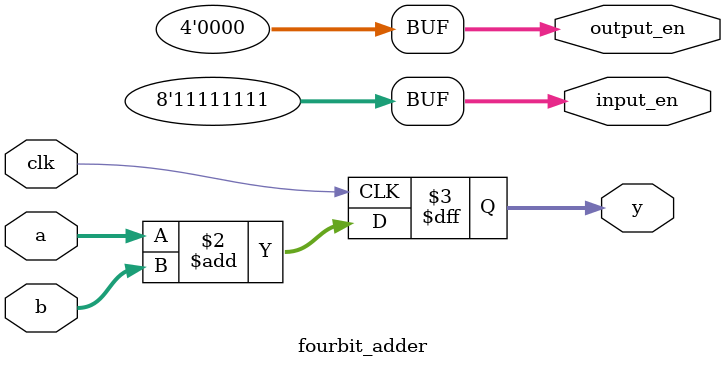
<source format=v>
module fourbit_adder (
`ifdef USE_POWER_PINS
    inout vccd1, // User area 1 1.8V supply
    inout vssd1, // User area 1 digital ground
`endif
    input  [3:0] a,
    input  [3:0] b,
    output [3:0] y,
    output [7:0] input_en,
    output [3:0] output_en,
    input clk
);
    reg y;
    always @(posedge clk) begin
        y <= a + b;
    end
    assign input_en = 8'hff;
    assign output_en = 4'b0;
endmodule
</source>
